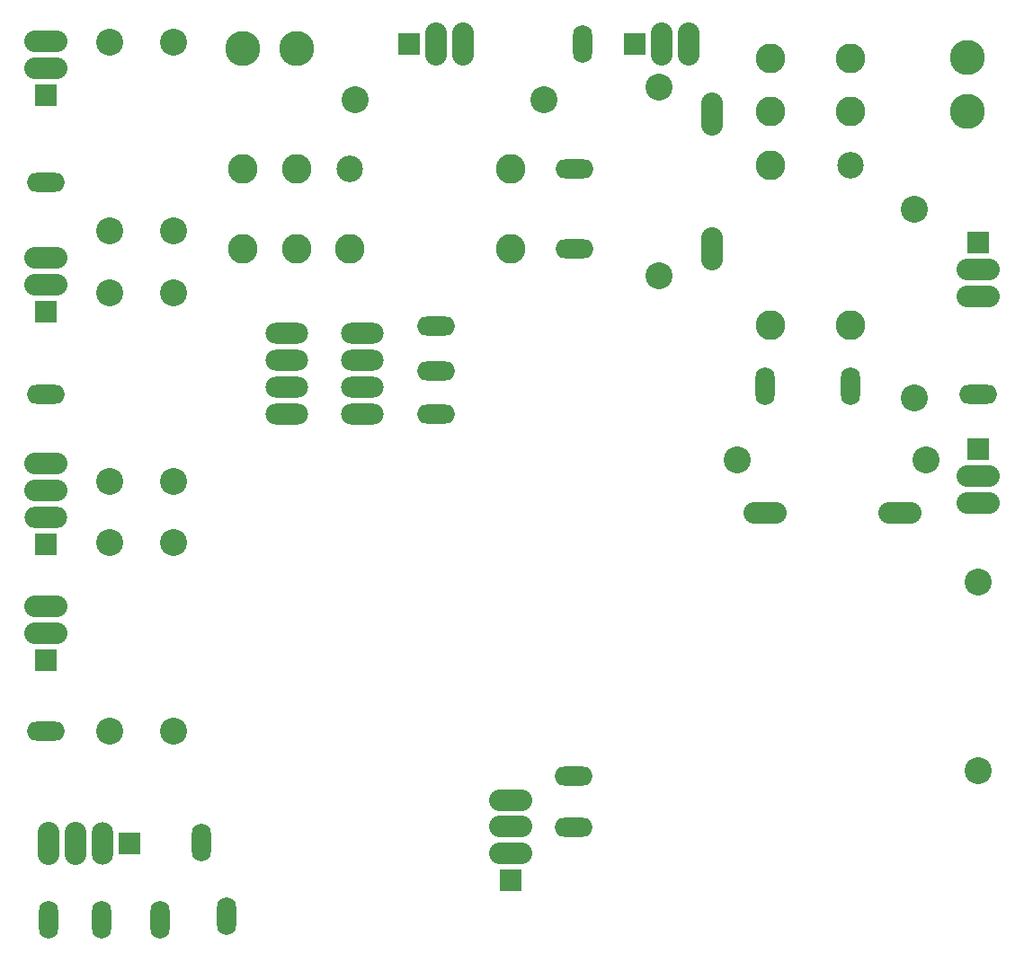
<source format=gbr>
%TF.GenerationSoftware,KiCad,Pcbnew,(6.0.2)*%
%TF.CreationDate,2022-04-01T20:19:04+02:00*%
%TF.ProjectId,beanbot_312,6265616e-626f-4745-9f33-31322e6b6963,rev?*%
%TF.SameCoordinates,Original*%
%TF.FileFunction,Paste,Top*%
%TF.FilePolarity,Positive*%
%FSLAX46Y46*%
G04 Gerber Fmt 4.6, Leading zero omitted, Abs format (unit mm)*
G04 Created by KiCad (PCBNEW (6.0.2)) date 2022-04-01 20:19:04*
%MOMM*%
%LPD*%
G01*
G04 APERTURE LIST*
%ADD10O,1.798320X3.599180*%
%ADD11O,3.599180X1.798320*%
%ADD12R,2.032000X2.032000*%
%ADD13O,4.064000X2.032000*%
%ADD14C,3.302000*%
%ADD15R,2.032000X2.000000*%
%ADD16O,2.032000X4.000000*%
%ADD17O,2.032000X4.064000*%
%ADD18C,2.794000*%
%ADD19C,2.499360*%
%ADD20C,2.540000*%
%ADD21O,4.000000X2.000000*%
%ADD22R,2.000000X2.032000*%
%ADD23O,4.000000X2.032000*%
G04 APERTURE END LIST*
D10*
%TO.C,M38*%
X174000000Y-83061900D03*
%TD*%
D11*
%TO.C,M39*%
X156015100Y-70100000D03*
%TD*%
D12*
%TO.C,M43*%
X194000000Y-69460000D03*
D13*
X194000000Y-72000000D03*
X194000000Y-74540000D03*
%TD*%
D14*
%TO.C,M30*%
X192977140Y-57139360D03*
X192977140Y-52061900D03*
%TD*%
D11*
%TO.C,M2*%
X106240000Y-115560000D03*
%TD*%
D12*
%TO.C,M4*%
X106240000Y-108890000D03*
D13*
X106240000Y-106350000D03*
X106240000Y-103810000D03*
%TD*%
D11*
%TO.C,M23*%
X143000000Y-77370000D03*
%TD*%
D15*
%TO.C,M16*%
X114080000Y-126100000D03*
D16*
X111540000Y-126100000D03*
D17*
X109000000Y-126100000D03*
X106460000Y-126100000D03*
%TD*%
D11*
%TO.C,M51*%
X156015100Y-62543500D03*
%TD*%
D14*
%TO.C,M32*%
X129842560Y-51244280D03*
X124765100Y-51244280D03*
%TD*%
D18*
%TO.C,M29*%
X182000000Y-57139360D03*
D19*
X182000000Y-62178720D03*
D18*
X182000000Y-52100000D03*
X174443500Y-57139360D03*
X174443500Y-62178720D03*
X174443500Y-52100000D03*
X182000000Y-77296800D03*
X174443500Y-77296800D03*
%TD*%
D12*
%TO.C,M48*%
X161685100Y-50784280D03*
D17*
X164225100Y-50784280D03*
X166765100Y-50784280D03*
%TD*%
D10*
%TO.C,M17*%
X111480000Y-133350000D03*
%TD*%
D20*
%TO.C,M9*%
X112240000Y-92020000D03*
X112240000Y-74240000D03*
%TD*%
%TO.C,M11*%
X194000000Y-101480000D03*
X194000000Y-119260000D03*
%TD*%
D12*
%TO.C,M47*%
X194000000Y-88981900D03*
D13*
X194000000Y-91521900D03*
X194000000Y-94061900D03*
%TD*%
D10*
%TO.C,M42*%
X156803200Y-50784280D03*
%TD*%
D20*
%TO.C,M44*%
X189160000Y-90000000D03*
X171380000Y-90000000D03*
%TD*%
D11*
%TO.C,M12*%
X106240000Y-63830000D03*
%TD*%
%TO.C,M24*%
X143000000Y-81640000D03*
%TD*%
D12*
%TO.C,M46*%
X140460000Y-50784280D03*
D17*
X143000000Y-50784280D03*
X145540000Y-50784280D03*
%TD*%
D12*
%TO.C,M14*%
X106240000Y-55640000D03*
D13*
X106240000Y-53100000D03*
X106240000Y-50560000D03*
%TD*%
D10*
%TO.C,M28*%
X123270000Y-133000000D03*
%TD*%
%TO.C,M27*%
X117000000Y-133350000D03*
%TD*%
D17*
%TO.C,M36*%
X169000000Y-70100000D03*
X169000000Y-57400000D03*
%TD*%
D10*
%TO.C,M1*%
X120870000Y-126050000D03*
%TD*%
D11*
%TO.C,M41*%
X194000000Y-83830000D03*
%TD*%
D20*
%TO.C,M3*%
X118240000Y-115560000D03*
X118240000Y-97780000D03*
%TD*%
D11*
%TO.C,M6*%
X106240000Y-83830000D03*
%TD*%
D20*
%TO.C,M45*%
X164000000Y-54840000D03*
X164000000Y-72620000D03*
%TD*%
D11*
%TO.C,M20*%
X155950000Y-119820000D03*
%TD*%
D10*
%TO.C,M50*%
X182000000Y-83061900D03*
%TD*%
D13*
%TO.C,M35*%
X174000000Y-95000000D03*
X186700000Y-95000000D03*
%TD*%
D18*
%TO.C,M31*%
X129842560Y-62543500D03*
D19*
X134881920Y-62543500D03*
D18*
X124803200Y-62543500D03*
X129842560Y-70100000D03*
X134881920Y-70100000D03*
X124803200Y-70100000D03*
X150000000Y-62543500D03*
X150000000Y-70100000D03*
%TD*%
D21*
%TO.C,M25*%
X128888000Y-85640000D03*
X128888000Y-83100000D03*
X128888000Y-80560000D03*
X128888000Y-78020000D03*
X136000000Y-85640000D03*
X136000000Y-83100000D03*
X136000000Y-80560000D03*
X136000000Y-78020000D03*
%TD*%
D20*
%TO.C,M13*%
X118240000Y-68400000D03*
X118240000Y-50620000D03*
%TD*%
%TO.C,M40*%
X153160000Y-56000000D03*
X135380000Y-56000000D03*
%TD*%
D12*
%TO.C,M8*%
X106240000Y-76020000D03*
D13*
X106240000Y-73480000D03*
X106240000Y-70940000D03*
%TD*%
D20*
%TO.C,M15*%
X112240000Y-68400000D03*
X112240000Y-50620000D03*
%TD*%
D11*
%TO.C,M19*%
X155900000Y-124570000D03*
%TD*%
D22*
%TO.C,M10*%
X106240000Y-97910000D03*
D23*
X106240000Y-95370000D03*
D13*
X106240000Y-92830000D03*
X106240000Y-90290000D03*
%TD*%
D10*
%TO.C,M18*%
X106480000Y-133350000D03*
%TD*%
D20*
%TO.C,M37*%
X188000000Y-84160000D03*
X188000000Y-66380000D03*
%TD*%
D12*
%TO.C,M21*%
X150000000Y-129640000D03*
D13*
X150000000Y-127100000D03*
X150000000Y-124560000D03*
X150000000Y-122100000D03*
%TD*%
D20*
%TO.C,M7*%
X118240000Y-92020000D03*
X118240000Y-74240000D03*
%TD*%
%TO.C,M5*%
X112240000Y-115560000D03*
X112240000Y-97780000D03*
%TD*%
D11*
%TO.C,M26*%
X143000000Y-85640000D03*
%TD*%
M02*

</source>
